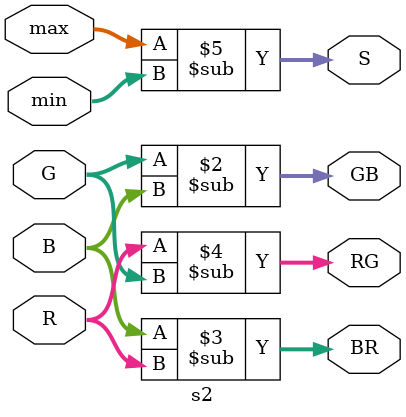
<source format=v>
module s2(
    input signed [9:0] R,G,B,max,min,
    output reg signed [9:0] S,GB,BR,RG
);

always @(R,G,B,max,min) begin
    GB <= G-B;
    BR <= B-R;
    RG <= R-G;
    S <= max - min;
end
endmodule
</source>
